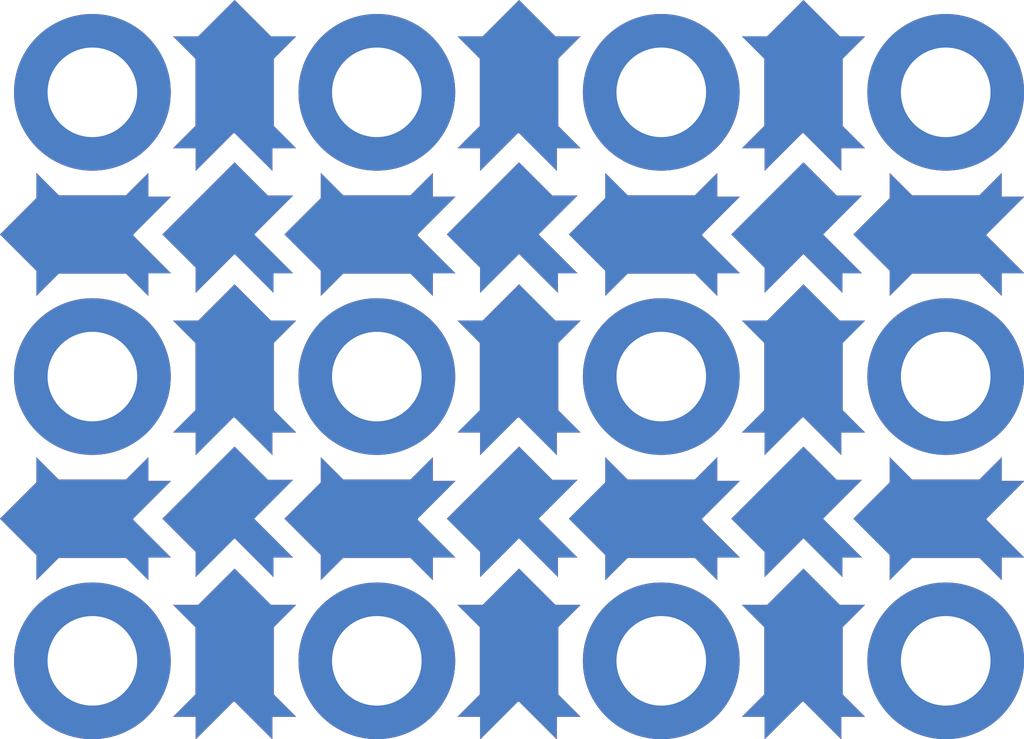
<source format=kicad_pcb>
(kicad_pcb (version 4) (host pcbnew 4.0.6)

  (general
    (links 0)
    (no_connects 0)
    (area 58.665713 39.645 153.766191 163.926191)
    (thickness 1.6)
    (drawings 0)
    (tracks 0)
    (zones 0)
    (modules 35)
    (nets 1)
  )

  (page A4)
  (layers
    (0 F.Cu signal)
    (31 B.Cu signal)
    (32 B.Adhes user)
    (33 F.Adhes user)
    (34 B.Paste user)
    (35 F.Paste user)
    (36 B.SilkS user)
    (37 F.SilkS user)
    (38 B.Mask user)
    (39 F.Mask user)
    (40 Dwgs.User user)
    (41 Cmts.User user)
    (42 Eco1.User user)
    (43 Eco2.User user)
    (44 Edge.Cuts user)
    (45 Margin user)
    (46 B.CrtYd user)
    (47 F.CrtYd user)
    (48 B.Fab user)
    (49 F.Fab user)
  )

  (setup
    (last_trace_width 0.25)
    (trace_clearance 0.2)
    (zone_clearance 0.508)
    (zone_45_only no)
    (trace_min 0.2)
    (segment_width 0.2)
    (edge_width 0.15)
    (via_size 0.6)
    (via_drill 0.4)
    (via_min_size 0.4)
    (via_min_drill 0.3)
    (uvia_size 0.3)
    (uvia_drill 0.1)
    (uvias_allowed no)
    (uvia_min_size 0.2)
    (uvia_min_drill 0.1)
    (pcb_text_width 0.3)
    (pcb_text_size 1.5 1.5)
    (mod_edge_width 0.15)
    (mod_text_size 1 1)
    (mod_text_width 0.15)
    (pad_size 1.4 1.4)
    (pad_drill 0.8)
    (pad_to_mask_clearance 0.2)
    (aux_axis_origin 0 0)
    (visible_elements FFFFFF7F)
    (pcbplotparams
      (layerselection 0x00030_80000001)
      (usegerberextensions false)
      (excludeedgelayer true)
      (linewidth 0.100000)
      (plotframeref false)
      (viasonmask false)
      (mode 1)
      (useauxorigin false)
      (hpglpennumber 1)
      (hpglpenspeed 20)
      (hpglpendiameter 15)
      (hpglpenoverlay 2)
      (psnegative false)
      (psa4output false)
      (plotreference true)
      (plotvalue true)
      (plotinvisibletext false)
      (padsonsilk false)
      (subtractmaskfromsilk false)
      (outputformat 1)
      (mirror false)
      (drillshape 1)
      (scaleselection 1)
      (outputdirectory out/))
  )

  (net 0 "")

  (net_class Default "This is the default net class."
    (clearance 0.2)
    (trace_width 0.25)
    (via_dia 0.6)
    (via_drill 0.4)
    (uvia_dia 0.3)
    (uvia_drill 0.1)
  )

  (module modules:pad-between-spiked (layer F.Cu) (tedit 59D400F1) (tstamp 59D405FD)
    (at 142.24 46.99 90)
    (descr "Through hole pin header")
    (tags "pin header")
    (fp_text reference REF** (at 0 -5.1 90) (layer F.SilkS) hide
      (effects (font (size 1 1) (thickness 0.15)))
    )
    (fp_text value pad-between (at 0 -3.1 90) (layer F.Fab) hide
      (effects (font (size 1 1) (thickness 0.15)))
    )
    (pad 1 smd trapezoid (at 0.25 0.44 45) (size 0.2475 0.2475) (rect_delta 0 0.2474 ) (layers *.Cu *.Mask))
    (pad 1 smd trapezoid (at -0.25 0.4 315) (size 0.2828 0.2828) (rect_delta 0 0.2827 ) (layers *.Cu *.Mask))
    (pad 1 smd trapezoid (at -0.25 -0.4 45) (size 0.2828 0.2828) (rect_delta 0 0.2827 ) (layers *.Cu *.Mask))
    (pad 1 smd trapezoid (at 0.25 0.4 225) (size 0.2828 0.2828) (rect_delta 0 0.2827 ) (layers *.Cu *.Mask))
    (pad 1 smd rect (at 0 -0.06 90) (size 0.7 0.85) (layers *.Cu *.Mask))
    (pad 1 smd trapezoid (at 0.25 -0.4 135) (size 0.2828 0.2828) (rect_delta 0 0.2827 ) (layers *.Cu *.Mask))
    (pad 1 smd trapezoid (at 0 -0.65 90) (size 0.35 0.35) (rect_delta 0 0.3499 ) (layers *.Cu *.Mask))
    (pad 1 smd trapezoid (at -0.26 0.44 135) (size 0.2475 0.2475) (rect_delta 0 0.2474 ) (layers *.Cu *.Mask))
    (model Pin_Headers.3dshapes/Pin_Header_Straight_1x01.wrl
      (at (xyz 0 0 0))
      (scale (xyz 1 1 1))
      (rotate (xyz 0 0 90))
    )
  )

  (module modules:pad-between-spiked (layer F.Cu) (tedit 59D400F1) (tstamp 59D405F2)
    (at 144.78 46.99 90)
    (descr "Through hole pin header")
    (tags "pin header")
    (fp_text reference REF** (at 0 -5.1 90) (layer F.SilkS) hide
      (effects (font (size 1 1) (thickness 0.15)))
    )
    (fp_text value pad-between (at 0 -3.1 90) (layer F.Fab) hide
      (effects (font (size 1 1) (thickness 0.15)))
    )
    (pad 1 smd trapezoid (at 0.25 0.44 45) (size 0.2475 0.2475) (rect_delta 0 0.2474 ) (layers *.Cu *.Mask))
    (pad 1 smd trapezoid (at -0.25 0.4 315) (size 0.2828 0.2828) (rect_delta 0 0.2827 ) (layers *.Cu *.Mask))
    (pad 1 smd trapezoid (at -0.25 -0.4 45) (size 0.2828 0.2828) (rect_delta 0 0.2827 ) (layers *.Cu *.Mask))
    (pad 1 smd trapezoid (at 0.25 0.4 225) (size 0.2828 0.2828) (rect_delta 0 0.2827 ) (layers *.Cu *.Mask))
    (pad 1 smd rect (at 0 -0.06 90) (size 0.7 0.85) (layers *.Cu *.Mask))
    (pad 1 smd trapezoid (at 0.25 -0.4 135) (size 0.2828 0.2828) (rect_delta 0 0.2827 ) (layers *.Cu *.Mask))
    (pad 1 smd trapezoid (at 0 -0.65 90) (size 0.35 0.35) (rect_delta 0 0.3499 ) (layers *.Cu *.Mask))
    (pad 1 smd trapezoid (at -0.26 0.44 135) (size 0.2475 0.2475) (rect_delta 0 0.2474 ) (layers *.Cu *.Mask))
    (model Pin_Headers.3dshapes/Pin_Header_Straight_1x01.wrl
      (at (xyz 0 0 0))
      (scale (xyz 1 1 1))
      (rotate (xyz 0 0 90))
    )
  )

  (module modules:pad-between-spiked (layer F.Cu) (tedit 59D400F1) (tstamp 59D405E7)
    (at 143.51 45.72)
    (descr "Through hole pin header")
    (tags "pin header")
    (fp_text reference REF** (at 0 -5.1) (layer F.SilkS) hide
      (effects (font (size 1 1) (thickness 0.15)))
    )
    (fp_text value pad-between (at 0 -3.1) (layer F.Fab) hide
      (effects (font (size 1 1) (thickness 0.15)))
    )
    (pad 1 smd trapezoid (at 0.25 0.44 315) (size 0.2475 0.2475) (rect_delta 0 0.2474 ) (layers *.Cu *.Mask))
    (pad 1 smd trapezoid (at -0.25 0.4 225) (size 0.2828 0.2828) (rect_delta 0 0.2827 ) (layers *.Cu *.Mask))
    (pad 1 smd trapezoid (at -0.25 -0.4 315) (size 0.2828 0.2828) (rect_delta 0 0.2827 ) (layers *.Cu *.Mask))
    (pad 1 smd trapezoid (at 0.25 0.4 135) (size 0.2828 0.2828) (rect_delta 0 0.2827 ) (layers *.Cu *.Mask))
    (pad 1 smd rect (at 0 -0.06) (size 0.7 0.85) (layers *.Cu *.Mask))
    (pad 1 smd trapezoid (at 0.25 -0.4 45) (size 0.2828 0.2828) (rect_delta 0 0.2827 ) (layers *.Cu *.Mask))
    (pad 1 smd trapezoid (at 0 -0.65) (size 0.35 0.35) (rect_delta 0 0.3499 ) (layers *.Cu *.Mask))
    (pad 1 smd trapezoid (at -0.26 0.44 45) (size 0.2475 0.2475) (rect_delta 0 0.2474 ) (layers *.Cu *.Mask))
    (model Pin_Headers.3dshapes/Pin_Header_Straight_1x01.wrl
      (at (xyz 0 0 0))
      (scale (xyz 1 1 1))
      (rotate (xyz 0 0 90))
    )
  )

  (module modules:center-pad-spikes (layer F.Cu) (tedit 59D401F2) (tstamp 59D405DD)
    (at 143.51 46.99)
    (fp_text reference REF** (at 0 -1.4) (layer F.SilkS) hide
      (effects (font (size 1 1) (thickness 0.15)))
    )
    (fp_text value center-pad (at 0.1 -2.7) (layer F.Fab) hide
      (effects (font (size 1 1) (thickness 0.15)))
    )
    (pad 1 smd trapezoid (at 0 -0.47) (size 0.35 0.35) (rect_delta 0 0.3499 ) (layers *.Cu *.Mask))
    (pad 1 smd trapezoid (at 0.26 0.26 315) (size 0.2475 0.2475) (rect_delta 0 0.2474 ) (layers *.Cu *.Mask))
    (pad 1 smd trapezoid (at 0.26 0.26 135) (size 0.2475 0.2475) (rect_delta 0 0.2474 ) (layers *.Cu *.Mask))
    (pad 1 smd rect (at -0.06 -0.085) (size 0.47 0.52) (layers *.Cu *.Mask))
    (pad 1 smd trapezoid (at -0.47 0 90) (size 0.35 0.35) (rect_delta 0 0.3499 ) (layers *.Cu *.Mask))
    (pad 1 smd trapezoid (at 0.26 -0.26 45) (size 0.2475 0.2475) (rect_delta 0 0.2474 ) (layers *.Cu *.Mask))
    (pad 1 smd trapezoid (at -0.26 0.26 45) (size 0.2475 0.2475) (rect_delta 0 0.2474 ) (layers *.Cu *.Mask))
  )

  (module modules:center-pad-spikes (layer F.Cu) (tedit 59D401F2) (tstamp 59D405C4)
    (at 146.05 46.99)
    (fp_text reference REF** (at 0 -1.4) (layer F.SilkS) hide
      (effects (font (size 1 1) (thickness 0.15)))
    )
    (fp_text value center-pad (at 0.1 -2.7) (layer F.Fab) hide
      (effects (font (size 1 1) (thickness 0.15)))
    )
    (pad 1 smd trapezoid (at 0 -0.47) (size 0.35 0.35) (rect_delta 0 0.3499 ) (layers *.Cu *.Mask))
    (pad 1 smd trapezoid (at 0.26 0.26 315) (size 0.2475 0.2475) (rect_delta 0 0.2474 ) (layers *.Cu *.Mask))
    (pad 1 smd trapezoid (at 0.26 0.26 135) (size 0.2475 0.2475) (rect_delta 0 0.2474 ) (layers *.Cu *.Mask))
    (pad 1 smd rect (at -0.06 -0.085) (size 0.47 0.52) (layers *.Cu *.Mask))
    (pad 1 smd trapezoid (at -0.47 0 90) (size 0.35 0.35) (rect_delta 0 0.3499 ) (layers *.Cu *.Mask))
    (pad 1 smd trapezoid (at 0.26 -0.26 45) (size 0.2475 0.2475) (rect_delta 0 0.2474 ) (layers *.Cu *.Mask))
    (pad 1 smd trapezoid (at -0.26 0.26 45) (size 0.2475 0.2475) (rect_delta 0 0.2474 ) (layers *.Cu *.Mask))
  )

  (module modules:pad-between-spiked (layer F.Cu) (tedit 59D400F1) (tstamp 59D405B9)
    (at 146.05 45.72)
    (descr "Through hole pin header")
    (tags "pin header")
    (fp_text reference REF** (at 0 -5.1) (layer F.SilkS) hide
      (effects (font (size 1 1) (thickness 0.15)))
    )
    (fp_text value pad-between (at 0 -3.1) (layer F.Fab) hide
      (effects (font (size 1 1) (thickness 0.15)))
    )
    (pad 1 smd trapezoid (at 0.25 0.44 315) (size 0.2475 0.2475) (rect_delta 0 0.2474 ) (layers *.Cu *.Mask))
    (pad 1 smd trapezoid (at -0.25 0.4 225) (size 0.2828 0.2828) (rect_delta 0 0.2827 ) (layers *.Cu *.Mask))
    (pad 1 smd trapezoid (at -0.25 -0.4 315) (size 0.2828 0.2828) (rect_delta 0 0.2827 ) (layers *.Cu *.Mask))
    (pad 1 smd trapezoid (at 0.25 0.4 135) (size 0.2828 0.2828) (rect_delta 0 0.2827 ) (layers *.Cu *.Mask))
    (pad 1 smd rect (at 0 -0.06) (size 0.7 0.85) (layers *.Cu *.Mask))
    (pad 1 smd trapezoid (at 0.25 -0.4 45) (size 0.2828 0.2828) (rect_delta 0 0.2827 ) (layers *.Cu *.Mask))
    (pad 1 smd trapezoid (at 0 -0.65) (size 0.35 0.35) (rect_delta 0 0.3499 ) (layers *.Cu *.Mask))
    (pad 1 smd trapezoid (at -0.26 0.44 45) (size 0.2475 0.2475) (rect_delta 0 0.2474 ) (layers *.Cu *.Mask))
    (model Pin_Headers.3dshapes/Pin_Header_Straight_1x01.wrl
      (at (xyz 0 0 0))
      (scale (xyz 1 1 1))
      (rotate (xyz 0 0 90))
    )
  )

  (module modules:pad-between-spiked (layer F.Cu) (tedit 59D400F1) (tstamp 59D405AE)
    (at 147.32 46.99 90)
    (descr "Through hole pin header")
    (tags "pin header")
    (fp_text reference REF** (at 0 -5.1 90) (layer F.SilkS) hide
      (effects (font (size 1 1) (thickness 0.15)))
    )
    (fp_text value pad-between (at 0 -3.1 90) (layer F.Fab) hide
      (effects (font (size 1 1) (thickness 0.15)))
    )
    (pad 1 smd trapezoid (at 0.25 0.44 45) (size 0.2475 0.2475) (rect_delta 0 0.2474 ) (layers *.Cu *.Mask))
    (pad 1 smd trapezoid (at -0.25 0.4 315) (size 0.2828 0.2828) (rect_delta 0 0.2827 ) (layers *.Cu *.Mask))
    (pad 1 smd trapezoid (at -0.25 -0.4 45) (size 0.2828 0.2828) (rect_delta 0 0.2827 ) (layers *.Cu *.Mask))
    (pad 1 smd trapezoid (at 0.25 0.4 225) (size 0.2828 0.2828) (rect_delta 0 0.2827 ) (layers *.Cu *.Mask))
    (pad 1 smd rect (at 0 -0.06 90) (size 0.7 0.85) (layers *.Cu *.Mask))
    (pad 1 smd trapezoid (at 0.25 -0.4 135) (size 0.2828 0.2828) (rect_delta 0 0.2827 ) (layers *.Cu *.Mask))
    (pad 1 smd trapezoid (at 0 -0.65 90) (size 0.35 0.35) (rect_delta 0 0.3499 ) (layers *.Cu *.Mask))
    (pad 1 smd trapezoid (at -0.26 0.44 135) (size 0.2475 0.2475) (rect_delta 0 0.2474 ) (layers *.Cu *.Mask))
    (model Pin_Headers.3dshapes/Pin_Header_Straight_1x01.wrl
      (at (xyz 0 0 0))
      (scale (xyz 1 1 1))
      (rotate (xyz 0 0 90))
    )
  )

  (module modules:pad-between-spiked (layer F.Cu) (tedit 59D400F1) (tstamp 59D405A3)
    (at 149.86 46.99 90)
    (descr "Through hole pin header")
    (tags "pin header")
    (fp_text reference REF** (at 0 -5.1 90) (layer F.SilkS) hide
      (effects (font (size 1 1) (thickness 0.15)))
    )
    (fp_text value pad-between (at 0 -3.1 90) (layer F.Fab) hide
      (effects (font (size 1 1) (thickness 0.15)))
    )
    (pad 1 smd trapezoid (at 0.25 0.44 45) (size 0.2475 0.2475) (rect_delta 0 0.2474 ) (layers *.Cu *.Mask))
    (pad 1 smd trapezoid (at -0.25 0.4 315) (size 0.2828 0.2828) (rect_delta 0 0.2827 ) (layers *.Cu *.Mask))
    (pad 1 smd trapezoid (at -0.25 -0.4 45) (size 0.2828 0.2828) (rect_delta 0 0.2827 ) (layers *.Cu *.Mask))
    (pad 1 smd trapezoid (at 0.25 0.4 225) (size 0.2828 0.2828) (rect_delta 0 0.2827 ) (layers *.Cu *.Mask))
    (pad 1 smd rect (at 0 -0.06 90) (size 0.7 0.85) (layers *.Cu *.Mask))
    (pad 1 smd trapezoid (at 0.25 -0.4 135) (size 0.2828 0.2828) (rect_delta 0 0.2827 ) (layers *.Cu *.Mask))
    (pad 1 smd trapezoid (at 0 -0.65 90) (size 0.35 0.35) (rect_delta 0 0.3499 ) (layers *.Cu *.Mask))
    (pad 1 smd trapezoid (at -0.26 0.44 135) (size 0.2475 0.2475) (rect_delta 0 0.2474 ) (layers *.Cu *.Mask))
    (model Pin_Headers.3dshapes/Pin_Header_Straight_1x01.wrl
      (at (xyz 0 0 0))
      (scale (xyz 1 1 1))
      (rotate (xyz 0 0 90))
    )
  )

  (module modules:pad-between-spiked (layer F.Cu) (tedit 59D400F1) (tstamp 59D40598)
    (at 148.59 45.72)
    (descr "Through hole pin header")
    (tags "pin header")
    (fp_text reference REF** (at 0 -5.1) (layer F.SilkS) hide
      (effects (font (size 1 1) (thickness 0.15)))
    )
    (fp_text value pad-between (at 0 -3.1) (layer F.Fab) hide
      (effects (font (size 1 1) (thickness 0.15)))
    )
    (pad 1 smd trapezoid (at 0.25 0.44 315) (size 0.2475 0.2475) (rect_delta 0 0.2474 ) (layers *.Cu *.Mask))
    (pad 1 smd trapezoid (at -0.25 0.4 225) (size 0.2828 0.2828) (rect_delta 0 0.2827 ) (layers *.Cu *.Mask))
    (pad 1 smd trapezoid (at -0.25 -0.4 315) (size 0.2828 0.2828) (rect_delta 0 0.2827 ) (layers *.Cu *.Mask))
    (pad 1 smd trapezoid (at 0.25 0.4 135) (size 0.2828 0.2828) (rect_delta 0 0.2827 ) (layers *.Cu *.Mask))
    (pad 1 smd rect (at 0 -0.06) (size 0.7 0.85) (layers *.Cu *.Mask))
    (pad 1 smd trapezoid (at 0.25 -0.4 45) (size 0.2828 0.2828) (rect_delta 0 0.2827 ) (layers *.Cu *.Mask))
    (pad 1 smd trapezoid (at 0 -0.65) (size 0.35 0.35) (rect_delta 0 0.3499 ) (layers *.Cu *.Mask))
    (pad 1 smd trapezoid (at -0.26 0.44 45) (size 0.2475 0.2475) (rect_delta 0 0.2474 ) (layers *.Cu *.Mask))
    (model Pin_Headers.3dshapes/Pin_Header_Straight_1x01.wrl
      (at (xyz 0 0 0))
      (scale (xyz 1 1 1))
      (rotate (xyz 0 0 90))
    )
  )

  (module modules:center-pad-spikes (layer F.Cu) (tedit 59D401F2) (tstamp 59D4058E)
    (at 148.59 46.99)
    (fp_text reference REF** (at 0 -1.4) (layer F.SilkS) hide
      (effects (font (size 1 1) (thickness 0.15)))
    )
    (fp_text value center-pad (at 0.1 -2.7) (layer F.Fab) hide
      (effects (font (size 1 1) (thickness 0.15)))
    )
    (pad 1 smd trapezoid (at 0 -0.47) (size 0.35 0.35) (rect_delta 0 0.3499 ) (layers *.Cu *.Mask))
    (pad 1 smd trapezoid (at 0.26 0.26 315) (size 0.2475 0.2475) (rect_delta 0 0.2474 ) (layers *.Cu *.Mask))
    (pad 1 smd trapezoid (at 0.26 0.26 135) (size 0.2475 0.2475) (rect_delta 0 0.2474 ) (layers *.Cu *.Mask))
    (pad 1 smd rect (at -0.06 -0.085) (size 0.47 0.52) (layers *.Cu *.Mask))
    (pad 1 smd trapezoid (at -0.47 0 90) (size 0.35 0.35) (rect_delta 0 0.3499 ) (layers *.Cu *.Mask))
    (pad 1 smd trapezoid (at 0.26 -0.26 45) (size 0.2475 0.2475) (rect_delta 0 0.2474 ) (layers *.Cu *.Mask))
    (pad 1 smd trapezoid (at -0.26 0.26 45) (size 0.2475 0.2475) (rect_delta 0 0.2474 ) (layers *.Cu *.Mask))
  )

  (module modules:center-pad-spikes (layer F.Cu) (tedit 59D401F2) (tstamp 59D40575)
    (at 148.59 49.53)
    (fp_text reference REF** (at 0 -1.4) (layer F.SilkS) hide
      (effects (font (size 1 1) (thickness 0.15)))
    )
    (fp_text value center-pad (at 0.1 -2.7) (layer F.Fab) hide
      (effects (font (size 1 1) (thickness 0.15)))
    )
    (pad 1 smd trapezoid (at 0 -0.47) (size 0.35 0.35) (rect_delta 0 0.3499 ) (layers *.Cu *.Mask))
    (pad 1 smd trapezoid (at 0.26 0.26 315) (size 0.2475 0.2475) (rect_delta 0 0.2474 ) (layers *.Cu *.Mask))
    (pad 1 smd trapezoid (at 0.26 0.26 135) (size 0.2475 0.2475) (rect_delta 0 0.2474 ) (layers *.Cu *.Mask))
    (pad 1 smd rect (at -0.06 -0.085) (size 0.47 0.52) (layers *.Cu *.Mask))
    (pad 1 smd trapezoid (at -0.47 0 90) (size 0.35 0.35) (rect_delta 0 0.3499 ) (layers *.Cu *.Mask))
    (pad 1 smd trapezoid (at 0.26 -0.26 45) (size 0.2475 0.2475) (rect_delta 0 0.2474 ) (layers *.Cu *.Mask))
    (pad 1 smd trapezoid (at -0.26 0.26 45) (size 0.2475 0.2475) (rect_delta 0 0.2474 ) (layers *.Cu *.Mask))
  )

  (module modules:pad-between-spiked (layer F.Cu) (tedit 59D400F1) (tstamp 59D4056A)
    (at 148.59 50.8)
    (descr "Through hole pin header")
    (tags "pin header")
    (fp_text reference REF** (at 0 -5.1) (layer F.SilkS) hide
      (effects (font (size 1 1) (thickness 0.15)))
    )
    (fp_text value pad-between (at 0 -3.1) (layer F.Fab) hide
      (effects (font (size 1 1) (thickness 0.15)))
    )
    (pad 1 smd trapezoid (at 0.25 0.44 315) (size 0.2475 0.2475) (rect_delta 0 0.2474 ) (layers *.Cu *.Mask))
    (pad 1 smd trapezoid (at -0.25 0.4 225) (size 0.2828 0.2828) (rect_delta 0 0.2827 ) (layers *.Cu *.Mask))
    (pad 1 smd trapezoid (at -0.25 -0.4 315) (size 0.2828 0.2828) (rect_delta 0 0.2827 ) (layers *.Cu *.Mask))
    (pad 1 smd trapezoid (at 0.25 0.4 135) (size 0.2828 0.2828) (rect_delta 0 0.2827 ) (layers *.Cu *.Mask))
    (pad 1 smd rect (at 0 -0.06) (size 0.7 0.85) (layers *.Cu *.Mask))
    (pad 1 smd trapezoid (at 0.25 -0.4 45) (size 0.2828 0.2828) (rect_delta 0 0.2827 ) (layers *.Cu *.Mask))
    (pad 1 smd trapezoid (at 0 -0.65) (size 0.35 0.35) (rect_delta 0 0.3499 ) (layers *.Cu *.Mask))
    (pad 1 smd trapezoid (at -0.26 0.44 45) (size 0.2475 0.2475) (rect_delta 0 0.2474 ) (layers *.Cu *.Mask))
    (model Pin_Headers.3dshapes/Pin_Header_Straight_1x01.wrl
      (at (xyz 0 0 0))
      (scale (xyz 1 1 1))
      (rotate (xyz 0 0 90))
    )
  )

  (module modules:pad-between-spiked (layer F.Cu) (tedit 59D400F1) (tstamp 59D4055F)
    (at 148.59 48.26)
    (descr "Through hole pin header")
    (tags "pin header")
    (fp_text reference REF** (at 0 -5.1) (layer F.SilkS) hide
      (effects (font (size 1 1) (thickness 0.15)))
    )
    (fp_text value pad-between (at 0 -3.1) (layer F.Fab) hide
      (effects (font (size 1 1) (thickness 0.15)))
    )
    (pad 1 smd trapezoid (at 0.25 0.44 315) (size 0.2475 0.2475) (rect_delta 0 0.2474 ) (layers *.Cu *.Mask))
    (pad 1 smd trapezoid (at -0.25 0.4 225) (size 0.2828 0.2828) (rect_delta 0 0.2827 ) (layers *.Cu *.Mask))
    (pad 1 smd trapezoid (at -0.25 -0.4 315) (size 0.2828 0.2828) (rect_delta 0 0.2827 ) (layers *.Cu *.Mask))
    (pad 1 smd trapezoid (at 0.25 0.4 135) (size 0.2828 0.2828) (rect_delta 0 0.2827 ) (layers *.Cu *.Mask))
    (pad 1 smd rect (at 0 -0.06) (size 0.7 0.85) (layers *.Cu *.Mask))
    (pad 1 smd trapezoid (at 0.25 -0.4 45) (size 0.2828 0.2828) (rect_delta 0 0.2827 ) (layers *.Cu *.Mask))
    (pad 1 smd trapezoid (at 0 -0.65) (size 0.35 0.35) (rect_delta 0 0.3499 ) (layers *.Cu *.Mask))
    (pad 1 smd trapezoid (at -0.26 0.44 45) (size 0.2475 0.2475) (rect_delta 0 0.2474 ) (layers *.Cu *.Mask))
    (model Pin_Headers.3dshapes/Pin_Header_Straight_1x01.wrl
      (at (xyz 0 0 0))
      (scale (xyz 1 1 1))
      (rotate (xyz 0 0 90))
    )
  )

  (module modules:pad-between-spiked (layer F.Cu) (tedit 59D400F1) (tstamp 59D40554)
    (at 149.86 49.53 90)
    (descr "Through hole pin header")
    (tags "pin header")
    (fp_text reference REF** (at 0 -5.1 90) (layer F.SilkS) hide
      (effects (font (size 1 1) (thickness 0.15)))
    )
    (fp_text value pad-between (at 0 -3.1 90) (layer F.Fab) hide
      (effects (font (size 1 1) (thickness 0.15)))
    )
    (pad 1 smd trapezoid (at 0.25 0.44 45) (size 0.2475 0.2475) (rect_delta 0 0.2474 ) (layers *.Cu *.Mask))
    (pad 1 smd trapezoid (at -0.25 0.4 315) (size 0.2828 0.2828) (rect_delta 0 0.2827 ) (layers *.Cu *.Mask))
    (pad 1 smd trapezoid (at -0.25 -0.4 45) (size 0.2828 0.2828) (rect_delta 0 0.2827 ) (layers *.Cu *.Mask))
    (pad 1 smd trapezoid (at 0.25 0.4 225) (size 0.2828 0.2828) (rect_delta 0 0.2827 ) (layers *.Cu *.Mask))
    (pad 1 smd rect (at 0 -0.06 90) (size 0.7 0.85) (layers *.Cu *.Mask))
    (pad 1 smd trapezoid (at 0.25 -0.4 135) (size 0.2828 0.2828) (rect_delta 0 0.2827 ) (layers *.Cu *.Mask))
    (pad 1 smd trapezoid (at 0 -0.65 90) (size 0.35 0.35) (rect_delta 0 0.3499 ) (layers *.Cu *.Mask))
    (pad 1 smd trapezoid (at -0.26 0.44 135) (size 0.2475 0.2475) (rect_delta 0 0.2474 ) (layers *.Cu *.Mask))
    (model Pin_Headers.3dshapes/Pin_Header_Straight_1x01.wrl
      (at (xyz 0 0 0))
      (scale (xyz 1 1 1))
      (rotate (xyz 0 0 90))
    )
  )

  (module modules:pad-between-spiked (layer F.Cu) (tedit 59D400F1) (tstamp 59D40549)
    (at 147.32 49.53 90)
    (descr "Through hole pin header")
    (tags "pin header")
    (fp_text reference REF** (at 0 -5.1 90) (layer F.SilkS) hide
      (effects (font (size 1 1) (thickness 0.15)))
    )
    (fp_text value pad-between (at 0 -3.1 90) (layer F.Fab) hide
      (effects (font (size 1 1) (thickness 0.15)))
    )
    (pad 1 smd trapezoid (at 0.25 0.44 45) (size 0.2475 0.2475) (rect_delta 0 0.2474 ) (layers *.Cu *.Mask))
    (pad 1 smd trapezoid (at -0.25 0.4 315) (size 0.2828 0.2828) (rect_delta 0 0.2827 ) (layers *.Cu *.Mask))
    (pad 1 smd trapezoid (at -0.25 -0.4 45) (size 0.2828 0.2828) (rect_delta 0 0.2827 ) (layers *.Cu *.Mask))
    (pad 1 smd trapezoid (at 0.25 0.4 225) (size 0.2828 0.2828) (rect_delta 0 0.2827 ) (layers *.Cu *.Mask))
    (pad 1 smd rect (at 0 -0.06 90) (size 0.7 0.85) (layers *.Cu *.Mask))
    (pad 1 smd trapezoid (at 0.25 -0.4 135) (size 0.2828 0.2828) (rect_delta 0 0.2827 ) (layers *.Cu *.Mask))
    (pad 1 smd trapezoid (at 0 -0.65 90) (size 0.35 0.35) (rect_delta 0 0.3499 ) (layers *.Cu *.Mask))
    (pad 1 smd trapezoid (at -0.26 0.44 135) (size 0.2475 0.2475) (rect_delta 0 0.2474 ) (layers *.Cu *.Mask))
    (model Pin_Headers.3dshapes/Pin_Header_Straight_1x01.wrl
      (at (xyz 0 0 0))
      (scale (xyz 1 1 1))
      (rotate (xyz 0 0 90))
    )
  )

  (module modules:pad-between-spiked (layer F.Cu) (tedit 59D400F1) (tstamp 59D4053E)
    (at 146.05 48.26)
    (descr "Through hole pin header")
    (tags "pin header")
    (fp_text reference REF** (at 0 -5.1) (layer F.SilkS) hide
      (effects (font (size 1 1) (thickness 0.15)))
    )
    (fp_text value pad-between (at 0 -3.1) (layer F.Fab) hide
      (effects (font (size 1 1) (thickness 0.15)))
    )
    (pad 1 smd trapezoid (at 0.25 0.44 315) (size 0.2475 0.2475) (rect_delta 0 0.2474 ) (layers *.Cu *.Mask))
    (pad 1 smd trapezoid (at -0.25 0.4 225) (size 0.2828 0.2828) (rect_delta 0 0.2827 ) (layers *.Cu *.Mask))
    (pad 1 smd trapezoid (at -0.25 -0.4 315) (size 0.2828 0.2828) (rect_delta 0 0.2827 ) (layers *.Cu *.Mask))
    (pad 1 smd trapezoid (at 0.25 0.4 135) (size 0.2828 0.2828) (rect_delta 0 0.2827 ) (layers *.Cu *.Mask))
    (pad 1 smd rect (at 0 -0.06) (size 0.7 0.85) (layers *.Cu *.Mask))
    (pad 1 smd trapezoid (at 0.25 -0.4 45) (size 0.2828 0.2828) (rect_delta 0 0.2827 ) (layers *.Cu *.Mask))
    (pad 1 smd trapezoid (at 0 -0.65) (size 0.35 0.35) (rect_delta 0 0.3499 ) (layers *.Cu *.Mask))
    (pad 1 smd trapezoid (at -0.26 0.44 45) (size 0.2475 0.2475) (rect_delta 0 0.2474 ) (layers *.Cu *.Mask))
    (model Pin_Headers.3dshapes/Pin_Header_Straight_1x01.wrl
      (at (xyz 0 0 0))
      (scale (xyz 1 1 1))
      (rotate (xyz 0 0 90))
    )
  )

  (module modules:pad-between-spiked (layer F.Cu) (tedit 59D400F1) (tstamp 59D40533)
    (at 146.05 50.8)
    (descr "Through hole pin header")
    (tags "pin header")
    (fp_text reference REF** (at 0 -5.1) (layer F.SilkS) hide
      (effects (font (size 1 1) (thickness 0.15)))
    )
    (fp_text value pad-between (at 0 -3.1) (layer F.Fab) hide
      (effects (font (size 1 1) (thickness 0.15)))
    )
    (pad 1 smd trapezoid (at 0.25 0.44 315) (size 0.2475 0.2475) (rect_delta 0 0.2474 ) (layers *.Cu *.Mask))
    (pad 1 smd trapezoid (at -0.25 0.4 225) (size 0.2828 0.2828) (rect_delta 0 0.2827 ) (layers *.Cu *.Mask))
    (pad 1 smd trapezoid (at -0.25 -0.4 315) (size 0.2828 0.2828) (rect_delta 0 0.2827 ) (layers *.Cu *.Mask))
    (pad 1 smd trapezoid (at 0.25 0.4 135) (size 0.2828 0.2828) (rect_delta 0 0.2827 ) (layers *.Cu *.Mask))
    (pad 1 smd rect (at 0 -0.06) (size 0.7 0.85) (layers *.Cu *.Mask))
    (pad 1 smd trapezoid (at 0.25 -0.4 45) (size 0.2828 0.2828) (rect_delta 0 0.2827 ) (layers *.Cu *.Mask))
    (pad 1 smd trapezoid (at 0 -0.65) (size 0.35 0.35) (rect_delta 0 0.3499 ) (layers *.Cu *.Mask))
    (pad 1 smd trapezoid (at -0.26 0.44 45) (size 0.2475 0.2475) (rect_delta 0 0.2474 ) (layers *.Cu *.Mask))
    (model Pin_Headers.3dshapes/Pin_Header_Straight_1x01.wrl
      (at (xyz 0 0 0))
      (scale (xyz 1 1 1))
      (rotate (xyz 0 0 90))
    )
  )

  (module modules:center-pad-spikes (layer F.Cu) (tedit 59D401F2) (tstamp 59D40529)
    (at 146.05 49.53)
    (fp_text reference REF** (at 0 -1.4) (layer F.SilkS) hide
      (effects (font (size 1 1) (thickness 0.15)))
    )
    (fp_text value center-pad (at 0.1 -2.7) (layer F.Fab) hide
      (effects (font (size 1 1) (thickness 0.15)))
    )
    (pad 1 smd trapezoid (at 0 -0.47) (size 0.35 0.35) (rect_delta 0 0.3499 ) (layers *.Cu *.Mask))
    (pad 1 smd trapezoid (at 0.26 0.26 315) (size 0.2475 0.2475) (rect_delta 0 0.2474 ) (layers *.Cu *.Mask))
    (pad 1 smd trapezoid (at 0.26 0.26 135) (size 0.2475 0.2475) (rect_delta 0 0.2474 ) (layers *.Cu *.Mask))
    (pad 1 smd rect (at -0.06 -0.085) (size 0.47 0.52) (layers *.Cu *.Mask))
    (pad 1 smd trapezoid (at -0.47 0 90) (size 0.35 0.35) (rect_delta 0 0.3499 ) (layers *.Cu *.Mask))
    (pad 1 smd trapezoid (at 0.26 -0.26 45) (size 0.2475 0.2475) (rect_delta 0 0.2474 ) (layers *.Cu *.Mask))
    (pad 1 smd trapezoid (at -0.26 0.26 45) (size 0.2475 0.2475) (rect_delta 0 0.2474 ) (layers *.Cu *.Mask))
  )

  (module modules:center-pad-spikes (layer F.Cu) (tedit 59D401F2) (tstamp 59D4047C)
    (at 143.51 49.53)
    (fp_text reference REF** (at 0 -1.4) (layer F.SilkS) hide
      (effects (font (size 1 1) (thickness 0.15)))
    )
    (fp_text value center-pad (at 0.1 -2.7) (layer F.Fab) hide
      (effects (font (size 1 1) (thickness 0.15)))
    )
    (pad 1 smd trapezoid (at 0 -0.47) (size 0.35 0.35) (rect_delta 0 0.3499 ) (layers *.Cu *.Mask))
    (pad 1 smd trapezoid (at 0.26 0.26 315) (size 0.2475 0.2475) (rect_delta 0 0.2474 ) (layers *.Cu *.Mask))
    (pad 1 smd trapezoid (at 0.26 0.26 135) (size 0.2475 0.2475) (rect_delta 0 0.2474 ) (layers *.Cu *.Mask))
    (pad 1 smd rect (at -0.06 -0.085) (size 0.47 0.52) (layers *.Cu *.Mask))
    (pad 1 smd trapezoid (at -0.47 0 90) (size 0.35 0.35) (rect_delta 0 0.3499 ) (layers *.Cu *.Mask))
    (pad 1 smd trapezoid (at 0.26 -0.26 45) (size 0.2475 0.2475) (rect_delta 0 0.2474 ) (layers *.Cu *.Mask))
    (pad 1 smd trapezoid (at -0.26 0.26 45) (size 0.2475 0.2475) (rect_delta 0 0.2474 ) (layers *.Cu *.Mask))
  )

  (module modules:pad-between-spiked (layer F.Cu) (tedit 59D400F1) (tstamp 59D404CE)
    (at 143.51 50.8)
    (descr "Through hole pin header")
    (tags "pin header")
    (fp_text reference REF** (at 0 -5.1) (layer F.SilkS) hide
      (effects (font (size 1 1) (thickness 0.15)))
    )
    (fp_text value pad-between (at 0 -3.1) (layer F.Fab) hide
      (effects (font (size 1 1) (thickness 0.15)))
    )
    (pad 1 smd trapezoid (at 0.25 0.44 315) (size 0.2475 0.2475) (rect_delta 0 0.2474 ) (layers *.Cu *.Mask))
    (pad 1 smd trapezoid (at -0.25 0.4 225) (size 0.2828 0.2828) (rect_delta 0 0.2827 ) (layers *.Cu *.Mask))
    (pad 1 smd trapezoid (at -0.25 -0.4 315) (size 0.2828 0.2828) (rect_delta 0 0.2827 ) (layers *.Cu *.Mask))
    (pad 1 smd trapezoid (at 0.25 0.4 135) (size 0.2828 0.2828) (rect_delta 0 0.2827 ) (layers *.Cu *.Mask))
    (pad 1 smd rect (at 0 -0.06) (size 0.7 0.85) (layers *.Cu *.Mask))
    (pad 1 smd trapezoid (at 0.25 -0.4 45) (size 0.2828 0.2828) (rect_delta 0 0.2827 ) (layers *.Cu *.Mask))
    (pad 1 smd trapezoid (at 0 -0.65) (size 0.35 0.35) (rect_delta 0 0.3499 ) (layers *.Cu *.Mask))
    (pad 1 smd trapezoid (at -0.26 0.44 45) (size 0.2475 0.2475) (rect_delta 0 0.2474 ) (layers *.Cu *.Mask))
    (model Pin_Headers.3dshapes/Pin_Header_Straight_1x01.wrl
      (at (xyz 0 0 0))
      (scale (xyz 1 1 1))
      (rotate (xyz 0 0 90))
    )
  )

  (module modules:pad-between-spiked (layer F.Cu) (tedit 59D400F1) (tstamp 59D404E5)
    (at 143.51 48.26)
    (descr "Through hole pin header")
    (tags "pin header")
    (fp_text reference REF** (at 0 -5.1) (layer F.SilkS) hide
      (effects (font (size 1 1) (thickness 0.15)))
    )
    (fp_text value pad-between (at 0 -3.1) (layer F.Fab) hide
      (effects (font (size 1 1) (thickness 0.15)))
    )
    (pad 1 smd trapezoid (at 0.25 0.44 315) (size 0.2475 0.2475) (rect_delta 0 0.2474 ) (layers *.Cu *.Mask))
    (pad 1 smd trapezoid (at -0.25 0.4 225) (size 0.2828 0.2828) (rect_delta 0 0.2827 ) (layers *.Cu *.Mask))
    (pad 1 smd trapezoid (at -0.25 -0.4 315) (size 0.2828 0.2828) (rect_delta 0 0.2827 ) (layers *.Cu *.Mask))
    (pad 1 smd trapezoid (at 0.25 0.4 135) (size 0.2828 0.2828) (rect_delta 0 0.2827 ) (layers *.Cu *.Mask))
    (pad 1 smd rect (at 0 -0.06) (size 0.7 0.85) (layers *.Cu *.Mask))
    (pad 1 smd trapezoid (at 0.25 -0.4 45) (size 0.2828 0.2828) (rect_delta 0 0.2827 ) (layers *.Cu *.Mask))
    (pad 1 smd trapezoid (at 0 -0.65) (size 0.35 0.35) (rect_delta 0 0.3499 ) (layers *.Cu *.Mask))
    (pad 1 smd trapezoid (at -0.26 0.44 45) (size 0.2475 0.2475) (rect_delta 0 0.2474 ) (layers *.Cu *.Mask))
    (model Pin_Headers.3dshapes/Pin_Header_Straight_1x01.wrl
      (at (xyz 0 0 0))
      (scale (xyz 1 1 1))
      (rotate (xyz 0 0 90))
    )
  )

  (module modules:pad-between-spiked (layer F.Cu) (tedit 59D400F1) (tstamp 59D404FC)
    (at 144.78 49.53 90)
    (descr "Through hole pin header")
    (tags "pin header")
    (fp_text reference REF** (at 0 -5.1 90) (layer F.SilkS) hide
      (effects (font (size 1 1) (thickness 0.15)))
    )
    (fp_text value pad-between (at 0 -3.1 90) (layer F.Fab) hide
      (effects (font (size 1 1) (thickness 0.15)))
    )
    (pad 1 smd trapezoid (at 0.25 0.44 45) (size 0.2475 0.2475) (rect_delta 0 0.2474 ) (layers *.Cu *.Mask))
    (pad 1 smd trapezoid (at -0.25 0.4 315) (size 0.2828 0.2828) (rect_delta 0 0.2827 ) (layers *.Cu *.Mask))
    (pad 1 smd trapezoid (at -0.25 -0.4 45) (size 0.2828 0.2828) (rect_delta 0 0.2827 ) (layers *.Cu *.Mask))
    (pad 1 smd trapezoid (at 0.25 0.4 225) (size 0.2828 0.2828) (rect_delta 0 0.2827 ) (layers *.Cu *.Mask))
    (pad 1 smd rect (at 0 -0.06 90) (size 0.7 0.85) (layers *.Cu *.Mask))
    (pad 1 smd trapezoid (at 0.25 -0.4 135) (size 0.2828 0.2828) (rect_delta 0 0.2827 ) (layers *.Cu *.Mask))
    (pad 1 smd trapezoid (at 0 -0.65 90) (size 0.35 0.35) (rect_delta 0 0.3499 ) (layers *.Cu *.Mask))
    (pad 1 smd trapezoid (at -0.26 0.44 135) (size 0.2475 0.2475) (rect_delta 0 0.2474 ) (layers *.Cu *.Mask))
    (model Pin_Headers.3dshapes/Pin_Header_Straight_1x01.wrl
      (at (xyz 0 0 0))
      (scale (xyz 1 1 1))
      (rotate (xyz 0 0 90))
    )
  )

  (module modules:pad-between-spiked (layer F.Cu) (tedit 59D400F1) (tstamp 59D40513)
    (at 142.24 49.53 90)
    (descr "Through hole pin header")
    (tags "pin header")
    (fp_text reference REF** (at 0 -5.1 90) (layer F.SilkS) hide
      (effects (font (size 1 1) (thickness 0.15)))
    )
    (fp_text value pad-between (at 0 -3.1 90) (layer F.Fab) hide
      (effects (font (size 1 1) (thickness 0.15)))
    )
    (pad 1 smd trapezoid (at 0.25 0.44 45) (size 0.2475 0.2475) (rect_delta 0 0.2474 ) (layers *.Cu *.Mask))
    (pad 1 smd trapezoid (at -0.25 0.4 315) (size 0.2828 0.2828) (rect_delta 0 0.2827 ) (layers *.Cu *.Mask))
    (pad 1 smd trapezoid (at -0.25 -0.4 45) (size 0.2828 0.2828) (rect_delta 0 0.2827 ) (layers *.Cu *.Mask))
    (pad 1 smd trapezoid (at 0.25 0.4 225) (size 0.2828 0.2828) (rect_delta 0 0.2827 ) (layers *.Cu *.Mask))
    (pad 1 smd rect (at 0 -0.06 90) (size 0.7 0.85) (layers *.Cu *.Mask))
    (pad 1 smd trapezoid (at 0.25 -0.4 135) (size 0.2828 0.2828) (rect_delta 0 0.2827 ) (layers *.Cu *.Mask))
    (pad 1 smd trapezoid (at 0 -0.65 90) (size 0.35 0.35) (rect_delta 0 0.3499 ) (layers *.Cu *.Mask))
    (pad 1 smd trapezoid (at -0.26 0.44 135) (size 0.2475 0.2475) (rect_delta 0 0.2474 ) (layers *.Cu *.Mask))
    (model Pin_Headers.3dshapes/Pin_Header_Straight_1x01.wrl
      (at (xyz 0 0 0))
      (scale (xyz 1 1 1))
      (rotate (xyz 0 0 90))
    )
  )

  (module modules:tht-0.8 (layer F.Cu) (tedit 58D96FE6) (tstamp 59D4064B)
    (at 142.24 45.72)
    (descr "Through hole pin header")
    (tags "pin header")
    (fp_text reference REF** (at 0 -5.1) (layer F.SilkS) hide
      (effects (font (size 1 1) (thickness 0.15)))
    )
    (fp_text value tht-0.8 (at 0 -3.1) (layer F.Fab) hide
      (effects (font (size 1 1) (thickness 0.15)))
    )
    (pad 1 thru_hole circle (at 0 0) (size 1.4 1.4) (drill 0.8) (layers *.Cu *.Mask))
    (model Pin_Headers.3dshapes/Pin_Header_Straight_1x01.wrl
      (at (xyz 0 0 0))
      (scale (xyz 1 1 1))
      (rotate (xyz 0 0 90))
    )
  )

  (module modules:tht-0.8 (layer F.Cu) (tedit 58D96FE6) (tstamp 59D40659)
    (at 144.78 45.72)
    (descr "Through hole pin header")
    (tags "pin header")
    (fp_text reference REF** (at 0 -5.1) (layer F.SilkS) hide
      (effects (font (size 1 1) (thickness 0.15)))
    )
    (fp_text value tht-0.8 (at 0 -3.1) (layer F.Fab) hide
      (effects (font (size 1 1) (thickness 0.15)))
    )
    (pad 1 thru_hole circle (at 0 0) (size 1.4 1.4) (drill 0.8) (layers *.Cu *.Mask))
    (model Pin_Headers.3dshapes/Pin_Header_Straight_1x01.wrl
      (at (xyz 0 0 0))
      (scale (xyz 1 1 1))
      (rotate (xyz 0 0 90))
    )
  )

  (module modules:tht-0.8 (layer F.Cu) (tedit 58D96FE6) (tstamp 59D40662)
    (at 147.32 45.72)
    (descr "Through hole pin header")
    (tags "pin header")
    (fp_text reference REF** (at 0 -5.1) (layer F.SilkS) hide
      (effects (font (size 1 1) (thickness 0.15)))
    )
    (fp_text value tht-0.8 (at 0 -3.1) (layer F.Fab) hide
      (effects (font (size 1 1) (thickness 0.15)))
    )
    (pad 1 thru_hole circle (at 0 0) (size 1.4 1.4) (drill 0.8) (layers *.Cu *.Mask))
    (model Pin_Headers.3dshapes/Pin_Header_Straight_1x01.wrl
      (at (xyz 0 0 0))
      (scale (xyz 1 1 1))
      (rotate (xyz 0 0 90))
    )
  )

  (module modules:tht-0.8 (layer F.Cu) (tedit 58D96FE6) (tstamp 59D4066B)
    (at 149.86 45.72)
    (descr "Through hole pin header")
    (tags "pin header")
    (fp_text reference REF** (at 0 -5.1) (layer F.SilkS) hide
      (effects (font (size 1 1) (thickness 0.15)))
    )
    (fp_text value tht-0.8 (at 0 -3.1) (layer F.Fab) hide
      (effects (font (size 1 1) (thickness 0.15)))
    )
    (pad 1 thru_hole circle (at 0 0) (size 1.4 1.4) (drill 0.8) (layers *.Cu *.Mask))
    (model Pin_Headers.3dshapes/Pin_Header_Straight_1x01.wrl
      (at (xyz 0 0 0))
      (scale (xyz 1 1 1))
      (rotate (xyz 0 0 90))
    )
  )

  (module modules:tht-0.8 (layer F.Cu) (tedit 58D96FE6) (tstamp 59D40674)
    (at 149.86 48.26)
    (descr "Through hole pin header")
    (tags "pin header")
    (fp_text reference REF** (at 0 -5.1) (layer F.SilkS) hide
      (effects (font (size 1 1) (thickness 0.15)))
    )
    (fp_text value tht-0.8 (at 0 -3.1) (layer F.Fab) hide
      (effects (font (size 1 1) (thickness 0.15)))
    )
    (pad 1 thru_hole circle (at 0 0) (size 1.4 1.4) (drill 0.8) (layers *.Cu *.Mask))
    (model Pin_Headers.3dshapes/Pin_Header_Straight_1x01.wrl
      (at (xyz 0 0 0))
      (scale (xyz 1 1 1))
      (rotate (xyz 0 0 90))
    )
  )

  (module modules:tht-0.8 (layer F.Cu) (tedit 58D96FE6) (tstamp 59D4067D)
    (at 147.32 48.26)
    (descr "Through hole pin header")
    (tags "pin header")
    (fp_text reference REF** (at 0 -5.1) (layer F.SilkS) hide
      (effects (font (size 1 1) (thickness 0.15)))
    )
    (fp_text value tht-0.8 (at 0 -3.1) (layer F.Fab) hide
      (effects (font (size 1 1) (thickness 0.15)))
    )
    (pad 1 thru_hole circle (at 0 0) (size 1.4 1.4) (drill 0.8) (layers *.Cu *.Mask))
    (model Pin_Headers.3dshapes/Pin_Header_Straight_1x01.wrl
      (at (xyz 0 0 0))
      (scale (xyz 1 1 1))
      (rotate (xyz 0 0 90))
    )
  )

  (module modules:tht-0.8 (layer F.Cu) (tedit 58D96FE6) (tstamp 59D40686)
    (at 144.78 48.26)
    (descr "Through hole pin header")
    (tags "pin header")
    (fp_text reference REF** (at 0 -5.1) (layer F.SilkS) hide
      (effects (font (size 1 1) (thickness 0.15)))
    )
    (fp_text value tht-0.8 (at 0 -3.1) (layer F.Fab) hide
      (effects (font (size 1 1) (thickness 0.15)))
    )
    (pad 1 thru_hole circle (at 0 0) (size 1.4 1.4) (drill 0.8) (layers *.Cu *.Mask))
    (model Pin_Headers.3dshapes/Pin_Header_Straight_1x01.wrl
      (at (xyz 0 0 0))
      (scale (xyz 1 1 1))
      (rotate (xyz 0 0 90))
    )
  )

  (module modules:tht-0.8 (layer F.Cu) (tedit 58D96FE6) (tstamp 59D4068F)
    (at 142.24 48.26)
    (descr "Through hole pin header")
    (tags "pin header")
    (fp_text reference REF** (at 0 -5.1) (layer F.SilkS) hide
      (effects (font (size 1 1) (thickness 0.15)))
    )
    (fp_text value tht-0.8 (at 0 -3.1) (layer F.Fab) hide
      (effects (font (size 1 1) (thickness 0.15)))
    )
    (pad 1 thru_hole circle (at 0 0) (size 1.4 1.4) (drill 0.8) (layers *.Cu *.Mask))
    (model Pin_Headers.3dshapes/Pin_Header_Straight_1x01.wrl
      (at (xyz 0 0 0))
      (scale (xyz 1 1 1))
      (rotate (xyz 0 0 90))
    )
  )

  (module modules:tht-0.8 (layer F.Cu) (tedit 58D96FE6) (tstamp 59D40698)
    (at 142.24 50.8)
    (descr "Through hole pin header")
    (tags "pin header")
    (fp_text reference REF** (at 0 -5.1) (layer F.SilkS) hide
      (effects (font (size 1 1) (thickness 0.15)))
    )
    (fp_text value tht-0.8 (at 0 -3.1) (layer F.Fab) hide
      (effects (font (size 1 1) (thickness 0.15)))
    )
    (pad 1 thru_hole circle (at 0 0) (size 1.4 1.4) (drill 0.8) (layers *.Cu *.Mask))
    (model Pin_Headers.3dshapes/Pin_Header_Straight_1x01.wrl
      (at (xyz 0 0 0))
      (scale (xyz 1 1 1))
      (rotate (xyz 0 0 90))
    )
  )

  (module modules:tht-0.8 (layer F.Cu) (tedit 58D96FE6) (tstamp 59D406A1)
    (at 144.78 50.8)
    (descr "Through hole pin header")
    (tags "pin header")
    (fp_text reference REF** (at 0 -5.1) (layer F.SilkS) hide
      (effects (font (size 1 1) (thickness 0.15)))
    )
    (fp_text value tht-0.8 (at 0 -3.1) (layer F.Fab) hide
      (effects (font (size 1 1) (thickness 0.15)))
    )
    (pad 1 thru_hole circle (at 0 0) (size 1.4 1.4) (drill 0.8) (layers *.Cu *.Mask))
    (model Pin_Headers.3dshapes/Pin_Header_Straight_1x01.wrl
      (at (xyz 0 0 0))
      (scale (xyz 1 1 1))
      (rotate (xyz 0 0 90))
    )
  )

  (module modules:tht-0.8 (layer F.Cu) (tedit 58D96FE6) (tstamp 59D406AA)
    (at 147.32 50.8)
    (descr "Through hole pin header")
    (tags "pin header")
    (fp_text reference REF** (at 0 -5.1) (layer F.SilkS) hide
      (effects (font (size 1 1) (thickness 0.15)))
    )
    (fp_text value tht-0.8 (at 0 -3.1) (layer F.Fab) hide
      (effects (font (size 1 1) (thickness 0.15)))
    )
    (pad 1 thru_hole circle (at 0 0) (size 1.4 1.4) (drill 0.8) (layers *.Cu *.Mask))
    (model Pin_Headers.3dshapes/Pin_Header_Straight_1x01.wrl
      (at (xyz 0 0 0))
      (scale (xyz 1 1 1))
      (rotate (xyz 0 0 90))
    )
  )

  (module modules:tht-0.8 (layer F.Cu) (tedit 58D96FE6) (tstamp 59D406B3)
    (at 149.86 50.8)
    (descr "Through hole pin header")
    (tags "pin header")
    (fp_text reference REF** (at 0 -5.1) (layer F.SilkS) hide
      (effects (font (size 1 1) (thickness 0.15)))
    )
    (fp_text value tht-0.8 (at 0 -3.1) (layer F.Fab) hide
      (effects (font (size 1 1) (thickness 0.15)))
    )
    (pad 1 thru_hole circle (at 0 0) (size 1.4 1.4) (drill 0.8) (layers *.Cu *.Mask))
    (model Pin_Headers.3dshapes/Pin_Header_Straight_1x01.wrl
      (at (xyz 0 0 0))
      (scale (xyz 1 1 1))
      (rotate (xyz 0 0 90))
    )
  )

)

</source>
